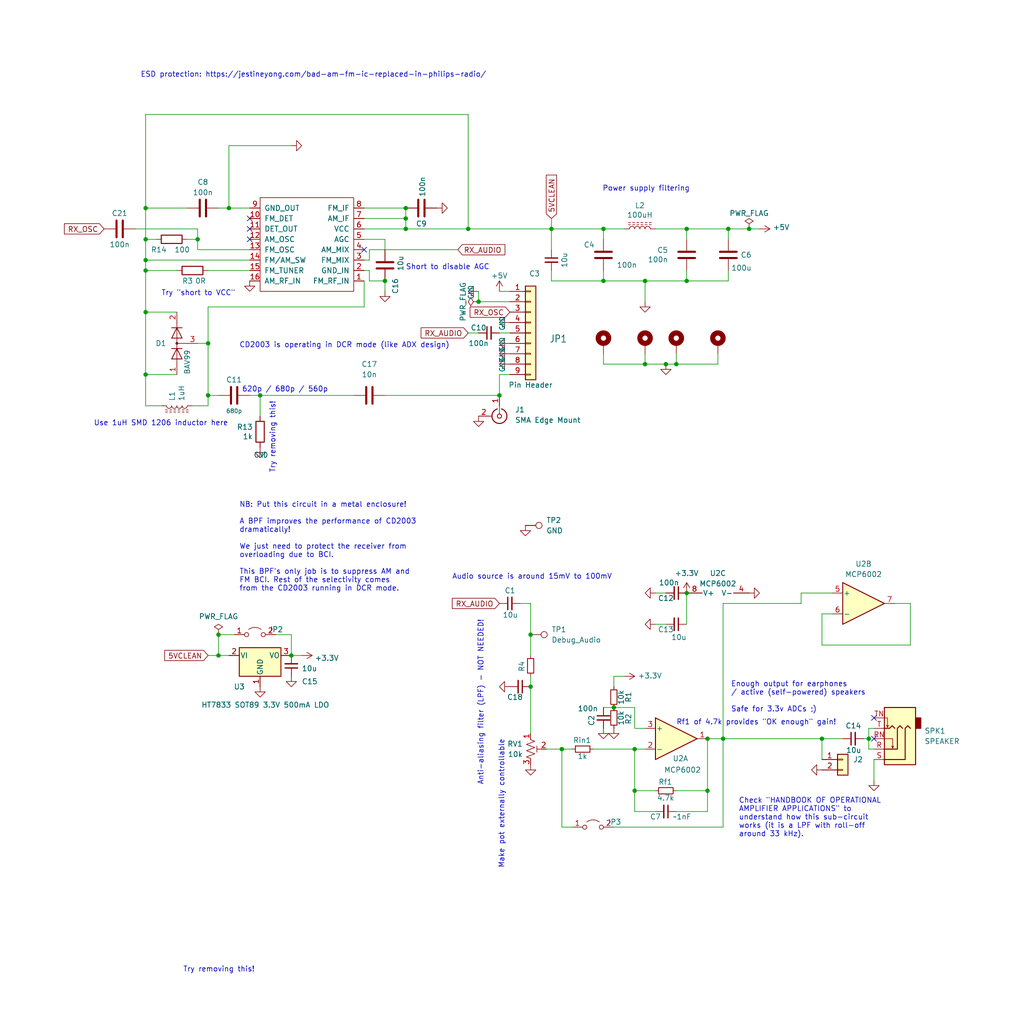
<source format=kicad_sch>
(kicad_sch (version 20230121) (generator eeschema)
  (paper "User" 250.012 250.012)
  (title_block (title "Breakout board (BoB) for CD2003 (DCR Mode)") (date "2023-09-26") (rev "v3.01") (company "Dhiru Kholia (VU3CER)"))
  (lib_symbols
    (symbol "Amplifier_Operational:MCP6022" (pin_names (offset 0.127))
      (property "Reference" "U" (at 0 5.08 0))
      (property "Value" "MCP6022" (at 0 -5.08 0))
      (symbol "MCP6022_1_1"
        (polyline (pts (xy -5.08 5.08) (xy 5.08 0) (xy -5.08 -5.08) (xy -5.08 5.08)) (stroke (width 0.254)) (fill (type background)))
        (pin output line (at 7.62 0 180) (length 2.54) (name "~") (number "1"))
        (pin input line (at -7.62 -2.54 0) (length 2.54) (name "-") (number "2"))
        (pin input line (at -7.62 2.54 0) (length 2.54) (name "+") (number "3"))
      )
      (symbol "MCP6022_2_1"
        (polyline (pts (xy -5.08 5.08) (xy 5.08 0) (xy -5.08 -5.08) (xy -5.08 5.08)) (stroke (width 0.254)) (fill (type background)))
        (pin input line (at -7.62 2.54 0) (length 2.54) (name "+") (number "5"))
        (pin input line (at -7.62 -2.54 0) (length 2.54) (name "-") (number "6"))
        (pin output line (at 7.62 0 180) (length 2.54) (name "~") (number "7"))
      )
      (symbol "MCP6022_3_1"
        (pin power_in line (at -2.54 -7.62 90) (length 3.81) (name "V-") (number "4"))
        (pin power_in line (at -2.54 7.62 270) (length 3.81) (name "V+") (number "8"))
      )
    )
    (symbol "Connector:Conn_Coaxial" (pin_names (offset 1.016) hide)
      (property "Reference" "J" (at 0.254 3.048 0))
      (property "Value" "Conn_Coaxial" (at 2.921 0 90))
      (symbol "Conn_Coaxial_0_1"
        (arc (start -1.778 -0.508) (mid 0.2311 -1.8066) (end 1.778 0) (stroke (width 0.254)))
        (polyline (pts (xy -2.54 0) (xy -0.508 0)))
        (polyline (pts (xy 0 -2.54) (xy 0 -1.778)))
        (circle (center 0 0) (radius 0.508) (stroke (width 0.2032)))
        (arc (start 1.778 0) (mid 0.2099 1.8101) (end -1.778 0.508) (stroke (width 0.254)))
      )
      (symbol "Conn_Coaxial_1_1"
        (pin passive line (at -5.08 0 0) (length 2.54) (name "In") (number "1"))
        (pin passive line (at 0 -5.08 90) (length 2.54) (name "Ext") (number "2"))
      )
    )
    (symbol "Connector:TestPoint" (pin_numbers hide) (pin_names (offset 0.762) hide)
      (property "Reference" "TP" (at 0 6.858 0))
      (property "Value" "TestPoint" (at 0 5.08 0))
      (symbol "TestPoint_0_1"
        (circle (center 0 3.302) (radius 0.762))
      )
      (symbol "TestPoint_1_1"
        (pin passive line (at 0 0 90) (length 2.54) (name "1") (number "1"))
      )
    )
    (symbol "Connector_Audio:AudioJack3_SwitchTR"
      (property "Reference" "J" (at 0 8.89 0))
      (property "Value" "AudioJack3_SwitchTR" (at 0 6.35 0))
      (symbol "AudioJack3_SwitchTR_0_1"
        (rectangle (start -5.08 -5.08) (end -6.35 -7.62) (stroke (width 0.254)) (fill (type outline)))
        (polyline (pts (xy 0.508 -0.254) (xy 0.762 -0.762)))
        (polyline (pts (xy 1.778 -5.334) (xy 2.032 -5.842)))
        (polyline (pts (xy 0 -5.08) (xy 0.635 -5.715) (xy 1.27 -5.08) (xy 2.54 -5.08)) (stroke (width 0.254)))
        (polyline (pts (xy 2.54 -7.62) (xy 1.778 -7.62) (xy 1.778 -5.334) (xy 1.524 -5.842)))
        (polyline (pts (xy 2.54 -2.54) (xy 0.508 -2.54) (xy 0.508 -0.254) (xy 0.254 -0.762)))
        (polyline (pts (xy -1.905 -5.08) (xy -1.27 -5.715) (xy -0.635 -5.08) (xy -0.635 0) (xy 2.54 0)) (stroke (width 0.254)))
        (polyline (pts (xy 2.54 2.54) (xy -2.54 2.54) (xy -2.54 -5.08) (xy -3.175 -5.715) (xy -3.81 -5.08)) (stroke (width 0.254)))
        (rectangle (start 2.54 3.81) (end -5.08 -10.16) (stroke (width 0.254)) (fill (type background)))
      )
      (symbol "AudioJack3_SwitchTR_1_1"
        (pin passive line (at 5.08 0 180) (length 2.54) (name "~") (number "R"))
        (pin passive line (at 5.08 -2.54 180) (length 2.54) (name "~") (number "RN"))
        (pin passive line (at 5.08 2.54 180) (length 2.54) (name "~") (number "S"))
        (pin passive line (at 5.08 -5.08 180) (length 2.54) (name "~") (number "T"))
        (pin passive line (at 5.08 -7.62 180) (length 2.54) (name "~") (number "TN"))
      )
    )
    (symbol "Connector_Generic:Conn_01x02" (pin_names (offset 1.016) hide)
      (property "Reference" "J" (at 0 2.54 0))
      (property "Value" "Conn_01x02" (at 0 -5.08 0))
      (symbol "Conn_01x02_1_1"
        (rectangle (start -1.27 -2.413) (end 0 -2.667) (stroke (width 0.1524)))
        (rectangle (start -1.27 0.127) (end 0 -0.127) (stroke (width 0.1524)))
        (rectangle (start -1.27 1.27) (end 1.27 -3.81) (stroke (width 0.254)) (fill (type background)))
        (pin passive line (at -5.08 0 0) (length 3.81) (name "Pin_1") (number "1"))
        (pin passive line (at -5.08 -2.54 0) (length 3.81) (name "Pin_2") (number "2"))
      )
    )
    (symbol "Connector_Generic:Conn_01x09" (pin_names (offset 1.016) hide)
      (property "Reference" "J" (at 0 12.7 0))
      (property "Value" "Conn_01x09" (at 0 -12.7 0))
      (symbol "Conn_01x09_1_1"
        (rectangle (start -1.27 -10.033) (end 0 -10.287) (stroke (width 0.1524)))
        (rectangle (start -1.27 -7.493) (end 0 -7.747) (stroke (width 0.1524)))
        (rectangle (start -1.27 -4.953) (end 0 -5.207) (stroke (width 0.1524)))
        (rectangle (start -1.27 -2.413) (end 0 -2.667) (stroke (width 0.1524)))
        (rectangle (start -1.27 0.127) (end 0 -0.127) (stroke (width 0.1524)))
        (rectangle (start -1.27 2.667) (end 0 2.413) (stroke (width 0.1524)))
        (rectangle (start -1.27 5.207) (end 0 4.953) (stroke (width 0.1524)))
        (rectangle (start -1.27 7.747) (end 0 7.493) (stroke (width 0.1524)))
        (rectangle (start -1.27 10.287) (end 0 10.033) (stroke (width 0.1524)))
        (rectangle (start -1.27 11.43) (end 1.27 -11.43) (stroke (width 0.254)) (fill (type background)))
        (pin passive line (at -5.08 10.16 0) (length 3.81) (name "Pin_1") (number "1"))
        (pin passive line (at -5.08 7.62 0) (length 3.81) (name "Pin_2") (number "2"))
        (pin passive line (at -5.08 5.08 0) (length 3.81) (name "Pin_3") (number "3"))
        (pin passive line (at -5.08 2.54 0) (length 3.81) (name "Pin_4") (number "4"))
        (pin passive line (at -5.08 0 0) (length 3.81) (name "Pin_5") (number "5"))
        (pin passive line (at -5.08 -2.54 0) (length 3.81) (name "Pin_6") (number "6"))
        (pin passive line (at -5.08 -5.08 0) (length 3.81) (name "Pin_7") (number "7"))
        (pin passive line (at -5.08 -7.62 0) (length 3.81) (name "Pin_8") (number "8"))
        (pin passive line (at -5.08 -10.16 0) (length 3.81) (name "Pin_9") (number "9"))
      )
    )
    (symbol "Device:C" (pin_numbers hide) (pin_names (offset 0.254))
      (property "Reference" "C" (at 0.635 2.54 0))
      (property "Value" "C" (at 0.635 -2.54 0))
      (symbol "C_0_1"
        (polyline (pts (xy -2.032 -0.762) (xy 2.032 -0.762)) (stroke (width 0.508)))
        (polyline (pts (xy -2.032 0.762) (xy 2.032 0.762)) (stroke (width 0.508)))
      )
      (symbol "C_1_1"
        (pin passive line (at 0 3.81 270) (length 2.794) (name "~") (number "1"))
        (pin passive line (at 0 -3.81 90) (length 2.794) (name "~") (number "2"))
      )
    )
    (symbol "Device:C_Small" (pin_numbers hide) (pin_names (offset 0.254) hide)
      (property "Reference" "C" (at 0.254 1.778 0))
      (property "Value" "C_Small" (at 0.254 -2.032 0))
      (symbol "C_Small_0_1"
        (polyline (pts (xy -1.524 -0.508) (xy 1.524 -0.508)) (stroke (width 0.3302)))
        (polyline (pts (xy -1.524 0.508) (xy 1.524 0.508)) (stroke (width 0.3048)))
      )
      (symbol "C_Small_1_1"
        (pin passive line (at 0 2.54 270) (length 2.032) (name "~") (number "1"))
        (pin passive line (at 0 -2.54 90) (length 2.032) (name "~") (number "2"))
      )
    )
    (symbol "Device:L_Ferrite" (pin_numbers hide) (pin_names (offset 1.016) hide)
      (property "Reference" "L" (at -1.27 0 90))
      (property "Value" "L_Ferrite" (at 2.794 0 90))
      (symbol "L_Ferrite_0_1"
        (arc (start 0 -2.54) (mid 0.6323 -1.905) (end 0 -1.27))
        (arc (start 0 -1.27) (mid 0.6323 -0.635) (end 0 0))
        (polyline (pts (xy 1.016 -2.794) (xy 1.016 -2.286)))
        (polyline (pts (xy 1.016 -1.778) (xy 1.016 -1.27)))
        (polyline (pts (xy 1.016 -0.762) (xy 1.016 -0.254)))
        (polyline (pts (xy 1.016 0.254) (xy 1.016 0.762)))
        (polyline (pts (xy 1.016 1.27) (xy 1.016 1.778)))
        (polyline (pts (xy 1.016 2.286) (xy 1.016 2.794)))
        (polyline (pts (xy 1.524 -2.286) (xy 1.524 -2.794)))
        (polyline (pts (xy 1.524 -1.27) (xy 1.524 -1.778)))
        (polyline (pts (xy 1.524 -0.254) (xy 1.524 -0.762)))
        (polyline (pts (xy 1.524 0.762) (xy 1.524 0.254)))
        (polyline (pts (xy 1.524 1.778) (xy 1.524 1.27)))
        (polyline (pts (xy 1.524 2.794) (xy 1.524 2.286)))
        (arc (start 0 0) (mid 0.6323 0.635) (end 0 1.27))
        (arc (start 0 1.27) (mid 0.6323 1.905) (end 0 2.54))
      )
      (symbol "L_Ferrite_1_1"
        (pin passive line (at 0 3.81 270) (length 1.27) (name "1") (number "1"))
        (pin passive line (at 0 -3.81 90) (length 1.27) (name "2") (number "2"))
      )
    )
    (symbol "Device:R" (pin_numbers hide) (pin_names (offset 0))
      (property "Reference" "R" (at 2.032 0 90))
      (property "Value" "R" (at 0 0 90))
      (symbol "R_0_1"
        (rectangle (start -1.016 -2.54) (end 1.016 2.54) (stroke (width 0.254)))
      )
      (symbol "R_1_1"
        (pin passive line (at 0 3.81 270) (length 1.27) (name "~") (number "1"))
        (pin passive line (at 0 -3.81 90) (length 1.27) (name "~") (number "2"))
      )
    )
    (symbol "Device:R_Potentiometer_Trim_US" (pin_names (offset 1.016) hide)
      (property "Reference" "RV" (at -4.445 0 90))
      (property "Value" "R_Potentiometer_Trim_US" (at -2.54 0 90))
      (symbol "R_Potentiometer_Trim_US_0_1"
        (polyline (pts (xy 0 -2.286) (xy 0 -2.54)))
        (polyline (pts (xy 0 2.286) (xy 0 2.54)))
        (polyline (pts (xy 1.524 0.762) (xy 1.524 -0.762)))
        (polyline (pts (xy 2.54 0) (xy 1.524 0)))
        (polyline (pts (xy 0 -0.762) (xy 1.016 -1.143) (xy 0 -1.524) (xy -1.016 -1.905) (xy 0 -2.286)))
        (polyline (pts (xy 0 0.762) (xy 1.016 0.381) (xy 0 0) (xy -1.016 -0.381) (xy 0 -0.762)))
        (polyline (pts (xy 0 2.286) (xy 1.016 1.905) (xy 0 1.524) (xy -1.016 1.143) (xy 0 0.762)))
      )
      (symbol "R_Potentiometer_Trim_US_1_1"
        (pin passive line (at 0 3.81 270) (length 1.27) (name "1") (number "1"))
        (pin passive line (at 3.81 0 180) (length 1.27) (name "2") (number "2"))
        (pin passive line (at 0 -3.81 90) (length 1.27) (name "3") (number "3"))
      )
    )
    (symbol "Device:R_Small" (pin_numbers hide) (pin_names (offset 0.254) hide)
      (property "Reference" "R" (at 0.762 0.508 0))
      (property "Value" "R_Small" (at 0.762 -1.016 0))
      (symbol "R_Small_0_1"
        (rectangle (start -0.762 1.778) (end 0.762 -1.778) (stroke (width 0.2032)))
      )
      (symbol "R_Small_1_1"
        (pin passive line (at 0 2.54 270) (length 0.762) (name "~") (number "1"))
        (pin passive line (at 0 -2.54 90) (length 0.762) (name "~") (number "2"))
      )
    )
    (symbol "Diode:BAV99" (pin_names hide)
      (property "Reference" "D" (at 0 5.08 0))
      (property "Value" "BAV99" (at 0 2.54 0))
      (symbol "BAV99_0_1"
        (polyline (pts (xy -5.08 0) (xy 5.08 0)))
      )
      (symbol "BAV99_1_1"
        (polyline (pts (xy 0 0) (xy 0 -2.54)))
        (polyline (pts (xy -1.27 -1.27) (xy -1.27 1.27) (xy -1.27 1.27)) (stroke (width 0.2032)))
        (polyline (pts (xy 3.81 1.27) (xy 3.81 -1.27) (xy 3.81 -1.27)) (stroke (width 0.2032)))
        (polyline (pts (xy -3.81 1.27) (xy -1.27 0) (xy -3.81 -1.27) (xy -3.81 1.27) (xy -3.81 1.27) (xy -3.81 1.27)) (stroke (width 0.2032)))
        (polyline (pts (xy 1.27 1.27) (xy 3.81 0) (xy 1.27 -1.27) (xy 1.27 1.27) (xy 1.27 1.27) (xy 1.27 1.27)) (stroke (width 0.2032)))
        (circle (center 0 0) (radius 0.254) (fill (type outline)))
        (pin passive line (at -7.62 0 0) (length 2.54) (name "K") (number "1"))
        (pin passive line (at 7.62 0 180) (length 2.54) (name "A") (number "2"))
        (pin passive line (at 0 -5.08 90) (length 2.54) (name "K") (number "3"))
      )
    )
    (symbol "Jumper:Jumper_2_Open" (pin_names (offset 0) hide)
      (property "Reference" "JP" (at 0 2.794 0))
      (property "Value" "Jumper_2_Open" (at 0 -2.286 0))
      (symbol "Jumper_2_Open_0_0"
        (circle (center -2.032 0) (radius 0.508))
        (circle (center 2.032 0) (radius 0.508))
      )
      (symbol "Jumper_2_Open_0_1"
        (arc (start 1.524 1.27) (mid 0 1.778) (end -1.524 1.27))
      )
      (symbol "Jumper_2_Open_1_1"
        (pin passive line (at -5.08 0 0) (length 2.54) (name "A") (number "1"))
        (pin passive line (at 5.08 0 180) (length 2.54) (name "B") (number "2"))
      )
    )
    (symbol "Mechanical:MountingHole_Pad" (pin_numbers hide) (pin_names (offset 1.016) hide)
      (property "Reference" "H" (at 0 6.35 0))
      (property "Value" "MountingHole_Pad" (at 0 4.445 0))
      (symbol "MountingHole_Pad_0_1"
        (circle (center 0 1.27) (radius 1.27) (stroke (width 1.27)))
      )
      (symbol "MountingHole_Pad_1_1"
        (pin input line (at 0 -2.54 90) (length 2.54) (name "1") (number "1"))
      )
    )
    (symbol "Regulator_Linear:MCP1703Ax-330xxMB" (pin_names (offset 0.254))
      (property "Reference" "U" (at -3.81 3.175 0))
      (property "Value" "MCP1703Ax-330xxMB" (at 0 3.175 0))
      (symbol "MCP1703Ax-330xxMB_0_1"
        (rectangle (start -5.08 -5.08) (end 5.08 1.905) (stroke (width 0.254)) (fill (type background)))
      )
      (symbol "MCP1703Ax-330xxMB_1_1"
        (pin power_in line (at 0 -7.62 90) (length 2.54) (name "GND") (number "1"))
        (pin power_in line (at -7.62 0 0) (length 2.54) (name "VI") (number "2"))
        (pin power_out line (at 7.62 0 180) (length 2.54) (name "VO") (number "3"))
      )
    )
    (symbol "cd2003gb_gp_fixed:CD2003GB_GP_Fixed" (pin_names (offset 1.016))
      (symbol "CD2003GB_GP_Fixed_0_1"
        (rectangle (start -11.43 17.78) (end 11.43 -5.08))
      )
      (symbol "CD2003GB_GP_Fixed_1_1"
        (pin input line (at -8.89 -7.62 90) (length 2.54) (name "FM_RF_IN") (number "1"))
        (pin input line (at 6.35 20.32 270) (length 2.54) (name "FM_DET") (number "10"))
        (pin input line (at 3.81 20.32 270) (length 2.54) (name "DET_OUT") (number "11"))
        (pin input line (at 1.27 20.32 270) (length 2.54) (name "AM_OSC") (number "12"))
        (pin input line (at -1.27 20.32 270) (length 2.54) (name "FM_OSC") (number "13"))
        (pin input line (at -3.81 20.32 270) (length 2.54) (name "FM/AM_SW") (number "14"))
        (pin input line (at -6.35 20.32 270) (length 2.54) (name "FM_TUNER") (number "15"))
        (pin input line (at -8.89 20.32 270) (length 2.54) (name "AM_RF_IN") (number "16"))
        (pin input line (at -6.35 -7.62 90) (length 2.54) (name "GND_IN") (number "2"))
        (pin input line (at -3.81 -7.62 90) (length 2.54) (name "FM_MIX") (number "3"))
        (pin input line (at -1.27 -7.62 90) (length 2.54) (name "AM_MIX") (number "4"))
        (pin passive line (at 1.27 -7.62 90) (length 2.54) (name "AGC") (number "5"))
        (pin input line (at 3.81 -7.62 90) (length 2.54) (name "VCC") (number "6"))
        (pin input line (at 6.35 -7.62 90) (length 2.54) (name "AM_IF") (number "7"))
        (pin input line (at 8.89 -7.62 90) (length 2.54) (name "FM_IF") (number "8"))
        (pin input line (at 8.89 20.32 270) (length 2.54) (name "GND_OUT") (number "9"))
      )
    )
    (symbol "power:+3.3V" (power) (pin_names (offset 0))
      (property "Value" "+3.3V" (at 0 3.556 0))
      (symbol "+3.3V_0_1"
        (polyline (pts (xy -0.762 1.27) (xy 0 2.54)))
        (polyline (pts (xy 0 0) (xy 0 2.54)))
        (polyline (pts (xy 0 2.54) (xy 0.762 1.27)))
      )
      (symbol "+3.3V_1_1"
        (pin power_in line (at 0 0 90) (length 0) hide (name "+3.3V") (number "1"))
      )
    )
    (symbol "power:+5V" (power) (pin_names (offset 0))
      (property "Value" "+5V" (at 0 3.556 0))
      (symbol "+5V_0_1"
        (polyline (pts (xy -0.762 1.27) (xy 0 2.54)))
        (polyline (pts (xy 0 0) (xy 0 2.54)))
        (polyline (pts (xy 0 2.54) (xy 0.762 1.27)))
      )
      (symbol "+5V_1_1"
        (pin power_in line (at 0 0 90) (length 0) hide (name "+5V") (number "1"))
      )
    )
    (symbol "power:GND" (power) (pin_names (offset 0))
      (property "Value" "GND" (at 0 -3.81 0))
      (symbol "GND_0_1"
        (polyline (pts (xy 0 0) (xy 0 -1.27) (xy 1.27 -1.27) (xy 0 -2.54) (xy -1.27 -1.27) (xy 0 -1.27)))
      )
      (symbol "GND_1_1"
        (pin power_in line (at 0 0 270) (length 0) hide (name "GND") (number "1"))
      )
    )
    (symbol "power:PWR_FLAG" (power) (pin_numbers hide) (pin_names (offset 0) hide)
      (property "Value" "PWR_FLAG" (at 0 3.81 0))
      (symbol "PWR_FLAG_0_0"
        (pin power_out line (at 0 0 90) (length 0) (name "pwr") (number "1"))
      )
      (symbol "PWR_FLAG_0_1"
        (polyline (pts (xy 0 0) (xy 0 1.27) (xy -1.016 1.905) (xy 0 2.54) (xy 1.016 1.905) (xy 0 1.27)))
      )
    )
  )
  (junction (at 121.92 96.52))
  (junction (at 116.84 73.66))
  (junction (at 167.64 144.78))
  (junction (at 50.8 96.52))
  (junction (at 71.12 160.02))
  (junction (at 212.09 180.34))
  (junction (at 53.34 154.94))
  (junction (at 167.64 55.88))
  (junction (at 154.94 182.88))
  (junction (at 157.48 68.58))
  (junction (at 48.26 58.42))
  (junction (at 147.32 55.88))
  (junction (at 182.88 55.88))
  (junction (at 200.66 180.34))
  (junction (at 50.8 83.82))
  (junction (at 129.54 154.94))
  (junction (at 176.53 180.34))
  (junction (at 137.16 182.88))
  (junction (at 35.56 63.5))
  (junction (at 35.56 91.44))
  (junction (at 55.88 50.8))
  (junction (at 172.72 180.34))
  (junction (at 99.06 55.88))
  (junction (at 134.62 55.88))
  (junction (at 99.06 53.34))
  (junction (at 162.56 88.9))
  (junction (at 177.8 55.88))
  (junction (at 114.3 55.88))
  (junction (at 129.54 167.64))
  (junction (at 149.86 172.72))
  (junction (at 167.64 68.58))
  (junction (at 165.1 88.9))
  (junction (at 99.06 50.8))
  (junction (at 53.34 160.02))
  (junction (at 147.32 68.58))
  (junction (at 157.48 88.9))
  (junction (at 172.72 193.04))
  (junction (at 35.56 76.2))
  (junction (at 35.56 66.04))
  (junction (at 35.56 50.8))
  (junction (at 35.56 58.42))
  (junction (at 63.5 96.52))
  (junction (at 93.98 68.58))
  (junction (at 154.94 193.04))
  (no_connect (at 213.36 175.26))
  (no_connect (at 88.9 60.96))
  (no_connect (at 60.96 58.42))
  (no_connect (at 60.96 55.88))
  (no_connect (at 60.96 53.34))
  (no_connect (at 213.36 180.34))
  (wire (pts (xy 203.2 144.78) (xy 195.58 144.78)))
  (wire (pts (xy 137.16 201.93) (xy 139.7 201.93)))
  (wire (pts (xy 90.17 68.58) (xy 93.98 68.58)))
  (wire (pts (xy 121.92 96.52) (xy 121.92 91.44)))
  (wire (pts (xy 149.86 165.1) (xy 149.86 167.64)))
  (wire (pts (xy 50.8 96.52) (xy 53.34 96.52)))
  (wire (pts (xy 127 147.32) (xy 129.54 147.32)))
  (wire (pts (xy 48.26 58.42) (xy 48.26 60.96)))
  (wire (pts (xy 53.34 50.8) (xy 55.88 50.8)))
  (wire (pts (xy 212.09 180.34) (xy 212.09 177.8)))
  (wire (pts (xy 200.66 149.86) (xy 200.66 157.48)))
  (wire (pts (xy 121.92 71.12) (xy 124.46 71.12)))
  (wire (pts (xy 60.96 96.52) (xy 63.5 96.52)))
  (wire (pts (xy 149.86 172.72) (xy 154.94 172.72)))
  (wire (pts (xy 147.32 68.58) (xy 157.48 68.58)))
  (wire (pts (xy 63.5 101.6) (xy 63.5 96.52)))
  (wire (pts (xy 93.98 68.58) (xy 93.98 71.12)))
  (wire (pts (xy 114.3 55.88) (xy 134.62 55.88)))
  (wire (pts (xy 154.94 193.04) (xy 154.94 182.88)))
  (wire (pts (xy 129.54 154.94) (xy 129.54 160.02)))
  (wire (pts (xy 137.16 182.88) (xy 139.7 182.88)))
  (wire (pts (xy 172.72 180.34) (xy 172.72 193.04)))
  (wire (pts (xy 50.8 66.04) (xy 60.96 66.04)))
  (wire (pts (xy 134.62 55.88) (xy 134.62 60.96)))
  (wire (pts (xy 200.66 157.48) (xy 222.25 157.48)))
  (wire (pts (xy 177.8 66.04) (xy 177.8 68.58)))
  (wire (pts (xy 157.48 88.9) (xy 162.56 88.9)))
  (wire (pts (xy 147.32 86.36) (xy 147.32 88.9)))
  (wire (pts (xy 121.92 91.44) (xy 124.46 91.44)))
  (wire (pts (xy 149.86 201.93) (xy 176.53 201.93)))
  (wire (pts (xy 55.88 50.8) (xy 55.88 35.56)))
  (wire (pts (xy 157.48 86.36) (xy 157.48 88.9)))
  (wire (pts (xy 210.82 180.34) (xy 212.09 180.34)))
  (wire (pts (xy 53.34 154.94) (xy 53.34 160.02)))
  (wire (pts (xy 55.88 35.56) (xy 71.12 35.56)))
  (wire (pts (xy 114.3 81.28) (xy 116.84 81.28)))
  (wire (pts (xy 147.32 88.9) (xy 157.48 88.9)))
  (wire (pts (xy 134.62 55.88) (xy 147.32 55.88)))
  (wire (pts (xy 200.66 180.34) (xy 200.66 185.42)))
  (wire (pts (xy 53.34 160.02) (xy 55.88 160.02)))
  (wire (pts (xy 147.32 172.72) (xy 149.86 172.72)))
  (wire (pts (xy 134.62 66.04) (xy 134.62 68.58)))
  (wire (pts (xy 157.48 68.58) (xy 167.64 68.58)))
  (wire (pts (xy 93.98 96.52) (xy 121.92 96.52)))
  (wire (pts (xy 177.8 55.88) (xy 182.88 55.88)))
  (wire (pts (xy 48.26 60.96) (xy 60.96 60.96)))
  (wire (pts (xy 212.09 177.8) (xy 213.36 177.8)))
  (wire (pts (xy 35.56 50.8) (xy 45.72 50.8)))
  (wire (pts (xy 60.96 50.8) (xy 55.88 50.8)))
  (wire (pts (xy 167.64 55.88) (xy 167.64 58.42)))
  (wire (pts (xy 116.84 71.12) (xy 116.84 73.66)))
  (wire (pts (xy 172.72 180.34) (xy 176.53 180.34)))
  (wire (pts (xy 35.56 63.5) (xy 60.96 63.5)))
  (wire (pts (xy 177.8 55.88) (xy 177.8 58.42)))
  (wire (pts (xy 167.64 55.88) (xy 177.8 55.88)))
  (wire (pts (xy 88.9 63.5) (xy 90.17 63.5)))
  (wire (pts (xy 35.56 76.2) (xy 43.18 76.2)))
  (wire (pts (xy 162.56 144.78) (xy 160.02 144.78)))
  (wire (pts (xy 50.8 74.93) (xy 50.8 83.82)))
  (wire (pts (xy 71.12 154.94) (xy 71.12 160.02)))
  (wire (pts (xy 175.26 88.9) (xy 175.26 86.36)))
  (wire (pts (xy 154.94 177.8) (xy 157.48 177.8)))
  (wire (pts (xy 165.1 193.04) (xy 172.72 193.04)))
  (wire (pts (xy 43.18 91.44) (xy 35.56 91.44)))
  (wire (pts (xy 160.02 193.04) (xy 154.94 193.04)))
  (wire (pts (xy 88.9 50.8) (xy 99.06 50.8)))
  (wire (pts (xy 129.54 147.32) (xy 129.54 154.94)))
  (wire (pts (xy 35.56 58.42) (xy 35.56 50.8)))
  (wire (pts (xy 99.06 50.8) (xy 99.06 53.34)))
  (wire (pts (xy 147.32 58.42) (xy 147.32 55.88)))
  (wire (pts (xy 35.56 66.04) (xy 35.56 63.5)))
  (wire (pts (xy 90.17 60.96) (xy 111.76 60.96)))
  (wire (pts (xy 67.31 154.94) (xy 71.12 154.94)))
  (wire (pts (xy 154.94 172.72) (xy 154.94 177.8)))
  (wire (pts (xy 162.56 88.9) (xy 165.1 88.9)))
  (wire (pts (xy 114.3 27.94) (xy 114.3 55.88)))
  (wire (pts (xy 154.94 182.88) (xy 157.48 182.88)))
  (wire (pts (xy 195.58 144.78) (xy 195.58 147.32)))
  (wire (pts (xy 176.53 180.34) (xy 200.66 180.34)))
  (wire (pts (xy 133.35 182.88) (xy 137.16 182.88)))
  (wire (pts (xy 35.56 76.2) (xy 35.56 91.44)))
  (wire (pts (xy 167.64 66.04) (xy 167.64 68.58)))
  (wire (pts (xy 88.9 53.34) (xy 99.06 53.34)))
  (wire (pts (xy 218.44 147.32) (xy 222.25 147.32)))
  (wire (pts (xy 35.56 66.04) (xy 43.18 66.04)))
  (wire (pts (xy 121.92 81.28) (xy 124.46 81.28)))
  (wire (pts (xy 35.56 99.06) (xy 39.37 99.06)))
  (wire (pts (xy 88.9 66.04) (xy 90.17 66.04)))
  (wire (pts (xy 222.25 147.32) (xy 222.25 157.48)))
  (wire (pts (xy 99.06 53.34) (xy 99.06 55.88)))
  (wire (pts (xy 165.1 198.12) (xy 172.72 198.12)))
  (wire (pts (xy 116.84 73.66) (xy 124.46 73.66)))
  (wire (pts (xy 35.56 50.8) (xy 35.56 27.94)))
  (wire (pts (xy 200.66 180.34) (xy 205.74 180.34)))
  (wire (pts (xy 90.17 66.04) (xy 90.17 68.58)))
  (wire (pts (xy 71.12 160.02) (xy 73.66 160.02)))
  (wire (pts (xy 88.9 55.88) (xy 99.06 55.88)))
  (wire (pts (xy 172.72 198.12) (xy 172.72 193.04)))
  (wire (pts (xy 129.54 167.64) (xy 129.54 179.07)))
  (wire (pts (xy 154.94 198.12) (xy 160.02 198.12)))
  (wire (pts (xy 48.26 83.82) (xy 50.8 83.82)))
  (wire (pts (xy 212.09 182.88) (xy 212.09 180.34)))
  (wire (pts (xy 147.32 66.04) (xy 147.32 68.58)))
  (wire (pts (xy 176.53 180.34) (xy 176.53 147.32)))
  (wire (pts (xy 35.56 27.94) (xy 114.3 27.94)))
  (wire (pts (xy 154.94 198.12) (xy 154.94 193.04)))
  (wire (pts (xy 152.4 165.1) (xy 149.86 165.1)))
  (wire (pts (xy 38.1 58.42) (xy 35.56 58.42)))
  (wire (pts (xy 90.17 63.5) (xy 90.17 60.96)))
  (wire (pts (xy 157.48 73.66) (xy 157.48 68.58)))
  (wire (pts (xy 129.54 165.1) (xy 129.54 167.64)))
  (wire (pts (xy 53.34 154.94) (xy 57.15 154.94)))
  (wire (pts (xy 134.62 53.34) (xy 134.62 55.88)))
  (wire (pts (xy 35.56 66.04) (xy 35.56 76.2)))
  (wire (pts (xy 88.9 68.58) (xy 88.9 74.93)))
  (wire (pts (xy 99.06 55.88) (xy 114.3 55.88)))
  (wire (pts (xy 35.56 63.5) (xy 35.56 58.42)))
  (wire (pts (xy 50.8 96.52) (xy 50.8 99.06)))
  (wire (pts (xy 167.64 144.78) (xy 167.64 152.4)))
  (wire (pts (xy 134.62 68.58) (xy 147.32 68.58)))
  (wire (pts (xy 50.8 83.82) (xy 50.8 96.52)))
  (wire (pts (xy 203.2 149.86) (xy 200.66 149.86)))
  (wire (pts (xy 213.36 182.88) (xy 212.09 182.88)))
  (wire (pts (xy 33.02 55.88) (xy 48.26 55.88)))
  (wire (pts (xy 50.8 160.02) (xy 53.34 160.02)))
  (wire (pts (xy 93.98 58.42) (xy 93.98 60.96)))
  (wire (pts (xy 165.1 86.36) (xy 165.1 88.9)))
  (wire (pts (xy 45.72 58.42) (xy 48.26 58.42)))
  (wire (pts (xy 167.64 68.58) (xy 177.8 68.58)))
  (wire (pts (xy 48.26 55.88) (xy 48.26 58.42)))
  (wire (pts (xy 162.56 152.4) (xy 160.02 152.4)))
  (wire (pts (xy 137.16 182.88) (xy 137.16 201.93)))
  (wire (pts (xy 176.53 201.93) (xy 176.53 180.34)))
  (wire (pts (xy 213.36 185.42) (xy 213.36 190.5)))
  (wire (pts (xy 46.99 99.06) (xy 50.8 99.06)))
  (wire (pts (xy 147.32 55.88) (xy 152.4 55.88)))
  (wire (pts (xy 182.88 55.88) (xy 185.42 55.88)))
  (wire (pts (xy 165.1 88.9) (xy 175.26 88.9)))
  (wire (pts (xy 160.02 55.88) (xy 167.64 55.88)))
  (wire (pts (xy 176.53 147.32) (xy 195.58 147.32)))
  (wire (pts (xy 88.9 58.42) (xy 93.98 58.42)))
  (wire (pts (xy 144.78 182.88) (xy 154.94 182.88)))
  (wire (pts (xy 63.5 96.52) (xy 86.36 96.52)))
  (wire (pts (xy 35.56 91.44) (xy 35.56 99.06)))
  (wire (pts (xy 50.8 74.93) (xy 88.9 74.93)))
  (text "Check \"HANDBOOK OF OPERATIONAL\nAMPLIFIER APPLICATIONS\" to \nunderstand how this sub-circuit\nworks (it is a LPF with roll-off\naround 33 kHz)." (at 180.34 204.47 0) (effects (font (size 1.27 1.27)) (justify left bottom)))
  (text "Try removing this!" (at 62.23 237.49 0) (effects (font (size 1.27 1.27)) (justify right bottom)))
  (text "Use 1uH SMD 1206 inductor here" (at 22.86 104.14 0) (effects (font (size 1.27 1.27)) (justify left bottom)))
  (text "Try \"short to VCC\"" (at 39.37 72.39 0) (effects (font (size 1.27 1.27)) (justify left bottom)))
  (text "Enough output for earphones \n/ active (self-powered) speakers\n\nSafe for 3.3v ADCs ;)" (at 178.435 173.99 0) (effects (font (size 1.27 1.27)) (justify left bottom)))
  (text "Try removing this!" (at 67.31 115.57 90) (effects (font (size 1.27 1.27)) (justify left bottom)))
  (text "Anti-aliasing filter (LPF) - NOT NEEDED!" (at 118.11 191.77 90) (effects (font (size 1.27 1.27)) (justify left bottom)))
  (text "Rf1 of 4.7k provides \"OK enough\" gain!" (at 165.1 177.165 0) (effects (font (size 1.27 1.27)) (justify left bottom)))
  (text "Make pot externally controllable" (at 123.19 212.09 90) (effects (font (size 1.27 1.27)) (justify left bottom)))
  (text "NB: Put this circuit in a metal enclosure!\n\nA BPF improves the performance of CD2003\ndramatically!\n\nWe just need to protect the receiver from\noverloading due to BCI.\n\nThis BPF's only job is to suppress AM and \nFM BCI. Rest of the selectivity comes\nfrom the CD2003 running in DCR mode.\n\n\n" (at 58.42 148.59 0) (effects (font (size 1.27 1.27)) (justify left bottom)))
  (text "Power supply filtering" (at 147.066 46.863 0) (effects (font (size 1.27 1.27)) (justify left bottom)))
  (text "Audio source is around 15mV to 100mV" (at 110.363 141.605 0) (effects (font (size 1.27 1.27)) (justify left bottom)))
  (text "Short to disable AGC\n" (at 99.06 66.04 0) (effects (font (size 1.27 1.27)) (justify left bottom)))
  (text "620p / 680p / 560p" (at 59.055 95.885 0) (effects (font (size 1.27 1.27)) (justify left bottom)))
  (text "CD2003 is operating in DCR mode (like ADX design)" (at 58.42 85.09 0) (effects (font (size 1.27 1.27)) (justify left bottom)))
  (text "ESD protection: https://jestineyong.com/bad-am-fm-ic-replaced-in-philips-radio/" (at 118.745 19.05 0) (effects (font (size 1.27 1.27)) (justify right bottom)))
  (global_label "5VCLEAN" (shape input) (at 50.8 160.02 180) (property "Intersheetrefs" "${INTERSHEET_REFS}" (effects hide)))
  (global_label "RX_OSC" (shape input) (at 25.4 55.88 180) (property "Intersheetrefs" "${INTERSHEET_REFS}" (effects hide)))
  (global_label "RX_AUDIO" (shape input) (at 111.76 60.96 0) (property "Intersheetrefs" "${INTERSHEET_REFS}" (effects hide)))
  (global_label "RX_AUDIO" (shape input) (at 114.3 81.28 180) (property "Intersheetrefs" "${INTERSHEET_REFS}" (effects hide)))
  (global_label "RX_AUDIO" (shape input) (at 121.92 147.32 180) (property "Intersheetrefs" "${INTERSHEET_REFS}" (effects hide)))
  (global_label "5VCLEAN" (shape input) (at 134.62 53.34 90) (property "Intersheetrefs" "${INTERSHEET_REFS}" (effects hide)))
  (global_label "RX_OSC" (shape input) (at 124.46 76.2 180) (property "Intersheetrefs" "${INTERSHEET_REFS}" (effects hide)))
  (symbol (lib_id "Mechanical:MountingHole_Pad") (at 147.32 83.82 0) (unit 1)
    (property "Reference" "H1" (effects hide))
    (property "Value" "MountingHole_Pad" (effects hide))
    (property "Footprint" "MountingHole:MountingHole_2.2mm_M2_Pad_Via" (effects hide))
  )
  (symbol (lib_id "Mechanical:MountingHole_Pad") (at 157.48 83.82 0) (unit 1)
    (property "Reference" "H2" (effects hide))
    (property "Value" "MountingHole_Pad" (effects hide))
    (property "Footprint" "MountingHole:MountingHole_2.2mm_M2_Pad_Via" (effects hide))
  )
  (symbol (lib_id "power:+5V") (at 121.92 71.12 0) (unit 1)
    (property "Reference" "#PWR0107" (effects hide))
    (property "Value" "+5V" (at 121.92 67.31 0))
  )
  (symbol (lib_id "Device:L_Ferrite") (at 43.18 99.06 270) (unit 1)
    (property "Reference" "L1" (at 42.0116 97.9424 0) (effects (justify right)))
    (property "Value" "1uH" (at 44.323 97.9424 0) (effects (justify right)))
    (property "Footprint" "Inductor_SMD:L_1206_3216Metric_Pad1.22x1.90mm_HandSolder" (effects hide))
  )
  (symbol (lib_id "Device:C") (at 93.98 64.77 0) (unit 1)
    (property "Reference" "C16" (at 96.52 69.85 90))
    (property "Value" " 10u" (at 97.79 64.77 90))
    (property "Footprint" "Capacitor_SMD:C_1206_3216Metric_Pad1.33x1.80mm_HandSolder" (effects hide))
  )
  (symbol (lib_id "Device:C_Small") (at 119.38 81.28 90) (unit 1)
    (property "Reference" "C10" (at 116.84 80.01 90))
    (property "Value" "100n" (at 116.84 83.82 90))
    (property "Footprint" "Capacitor_SMD:C_1206_3216Metric_Pad1.33x1.80mm_HandSolder" (effects hide))
  )
  (symbol (lib_id "Device:C") (at 102.87 50.8 90) (unit 1)
    (property "Reference" "C9" (at 102.87 54.61 90))
    (property "Value" "100n" (at 103.124 45.593 0))
    (property "Footprint" "Capacitor_SMD:C_1206_3216Metric_Pad1.33x1.80mm_HandSolder" (effects hide))
  )
  (symbol (lib_id "Connector:TestPoint") (at 128.27 128.27 270) (unit 1)
    (property "Reference" "TP2" (at 133.35 127 90) (effects (justify left)))
    (property "Value" "GND" (at 133.35 129.54 90) (effects (justify left)))
    (property "Footprint" "TestPoint:TestPoint_THTPad_2.0x2.0mm_Drill1.0mm" (effects hide))
  )
  (symbol (lib_id "cd2003gb_gp_fixed:CD2003GB_GP_Fixed") (at 81.28 59.69 90) (unit 1)
    (property "Reference" "U1" (effects hide))
    (property "Value" "CD2003GB_GP" (effects hide))
    (property "Footprint" "Package_DIP:DIP-16_W7.62mm_Socket" (effects hide))
  )
  (symbol (lib_id "Device:C") (at 29.21 55.88 270) (unit 1)
    (property "Reference" "C21" (at 29.21 52.07 90))
    (property "Value" "100n" (at 29.21 59.69 90))
    (property "Footprint" "Capacitor_SMD:C_1206_3216Metric_Pad1.33x1.80mm_HandSolder" (effects hide))
  )
  (symbol (lib_id "power:GND") (at 162.56 88.9 0) (unit 1)
    (property "Reference" "#PWR010" (effects hide))
    (property "Value" "GNDPWR" (effects hide))
  )
  (symbol (lib_id "Connector_Audio:AudioJack3_SwitchTR") (at 218.44 182.88 180) (unit 1)
    (property "Reference" "SPK1" (at 225.679 178.4349 0) (effects (justify right)))
    (property "Value" "SPEAKER" (at 225.679 180.9749 0) (effects (justify right)))
    (property "Footprint" "footprints:PJ-307_Modded" (effects hide))
  )
  (symbol (lib_id "Device:R_Potentiometer_Trim_US") (at 129.54 182.88 0) (unit 1)
    (property "Reference" "RV1" (at 127.635 181.61 0) (effects (justify right)))
    (property "Value" "10k" (at 127.635 184.15 0) (effects (justify right)))
    (property "Footprint" "Connector_PinHeader_2.54mm:PinHeader_1x03_P2.54mm_Vertical" (effects hide))
  )
  (symbol (lib_id "power:+3.3V") (at 167.64 144.78 0) (unit 1)
    (property "Reference" "#PWR012" (effects hide))
    (property "Value" "+3.3V" (at 167.64 139.954 0))
  )
  (symbol (lib_id "Mechanical:MountingHole_Pad") (at 165.1 83.82 0) (unit 1)
    (property "Reference" "H3" (effects hide))
    (property "Value" "MountingHole_Pad" (effects hide))
    (property "Footprint" "MountingHole:MountingHole_2.2mm_M2_Pad_Via" (effects hide))
  )
  (symbol (lib_id "Jumper:Jumper_2_Open") (at 62.23 154.94 0) (unit 1)
    (property "Reference" "JP2" (at 67.31 153.67 0))
    (property "Value" "Jumper_2_Open" (effects hide))
    (property "Footprint" "Jumper:SolderJumper-2_P1.3mm_Open_TrianglePad1.0x1.5mm" (effects hide))
  )
  (symbol (lib_id "Device:C_Small") (at 165.1 144.78 270) (unit 1)
    (property "Reference" "C12" (at 162.56 146.05 90))
    (property "Value" "100n" (at 163.322 142.24 90))
    (property "Footprint" "Capacitor_SMD:C_1206_3216Metric_Pad1.33x1.80mm_HandSolder" (effects hide))
    (property "Sim.Device" "SPICE" (effects hide))
    (property "Sim.Params" "type=\"\" model=\"10u\" lib=\"\"" (effects hide))
    (property "Sim.Pins" "1=1 2=2" (effects hide))
  )
  (symbol (lib_id "Device:R_Small") (at 149.86 175.26 0) (unit 1)
    (property "Reference" "R2" (at 153.416 175.514 90))
    (property "Value" "10k" (at 151.6126 175.3108 90))
    (property "Footprint" "Resistor_SMD:R_1206_3216Metric_Pad1.30x1.75mm_HandSolder" (effects hide))
  )
  (symbol (lib_id "power:GND") (at 147.32 177.8 0) (unit 1)
    (property "Reference" "#PWR06" (effects hide))
    (property "Value" "GND" (effects hide))
  )
  (symbol (lib_id "power:PWR_FLAG") (at 116.84 73.66 90) (unit 1)
    (property "Reference" "#FLG01" (effects hide))
    (property "Value" "PWR_FLAG" (at 113.03 73.66 0))
  )
  (symbol (lib_id "Diode:BAV99") (at 43.18 83.82 90) (unit 1)
    (property "Reference" "D1" (at 40.64 83.82 90) (effects (justify left)))
    (property "Value" "BAV99" (at 45.72 91.44 0) (effects (justify left)))
    (property "Footprint" "Package_TO_SOT_SMD:SOT-23" (effects hide))
    (property "Datasheet" "https://assets.nexperia.com/documents/data-sheet/BAV99_SER.pdf" (effects hide))
  )
  (symbol (lib_id "power:GND") (at 71.12 35.56 90) (unit 1)
    (property "Reference" "#PWR0132" (effects hide))
    (property "Value" "GNDPWR" (effects hide))
  )
  (symbol (lib_id "Device:R_Small") (at 162.56 193.04 270) (unit 1)
    (property "Reference" "Rf1" (at 162.433 190.881 90))
    (property "Value" "4.7k" (at 162.5092 194.7926 90))
    (property "Footprint" "Resistor_SMD:R_1206_3216Metric_Pad1.30x1.75mm_HandSolder" (effects hide))
  )
  (symbol (lib_id "power:GND") (at 116.84 71.12 270) (unit 1)
    (property "Reference" "#U$0101" (effects hide))
    (property "Value" "~" (at 114.3 69.596 0) (effects (font (size 1.27 1.0795)) (justify left bottom)))
    (property "Footprint" "Adafruit Si5351A:" (effects hide))
  )
  (symbol (lib_id "Device:C_Small") (at 127 167.64 270) (unit 1)
    (property "Reference" "C18" (at 125.73 170.18 90))
    (property "Value" "~4.7nF" (effects hide))
    (property "Footprint" "Capacitor_SMD:C_1206_3216Metric_Pad1.33x1.80mm_HandSolder" (effects hide))
    (property "Sim.Device" "SPICE" (effects hide))
    (property "Sim.Params" "type=\"\" model=\"10u\" lib=\"\"" (effects hide))
    (property "Sim.Pins" "1=1 2=2" (effects hide))
  )
  (symbol (lib_id "power:PWR_FLAG") (at 182.88 55.88 0) (unit 1)
    (property "Reference" "#FLG02" (effects hide))
    (property "Value" "PWR_FLAG" (at 182.88 52.07 0))
  )
  (symbol (lib_id "Device:C") (at 177.8 62.23 0) (mirror y) (unit 1)
    (property "Reference" "C6" (at 183.515 62.23 0) (effects (justify left)))
    (property "Value" "100u" (at 183.515 65.405 0) (effects (justify left)))
    (property "Footprint" "Capacitor_SMD:C_1206_3216Metric_Pad1.33x1.80mm_HandSolder" (effects hide))
  )
  (symbol (lib_id "power:+3.3V") (at 152.4 165.1 270) (unit 1)
    (property "Reference" "#PWR08" (effects hide))
    (property "Value" "+3.3V" (at 155.702 164.973 90) (effects (justify left)))
  )
  (symbol (lib_id "power:GND") (at 157.48 73.66 0) (unit 1)
    (property "Reference" "#PWR03" (effects hide))
    (property "Value" "GNDPWR" (effects hide))
  )
  (symbol (lib_id "Device:C_Small") (at 208.28 180.34 90) (unit 1)
    (property "Reference" "C14" (at 208.3308 177.1904 90))
    (property "Value" "10u" (at 208.407 183.134 90))
    (property "Footprint" "Capacitor_SMD:C_1206_3216Metric_Pad1.33x1.80mm_HandSolder" (effects hide))
  )
  (symbol (lib_id "Device:R_Small") (at 129.54 162.56 0) (unit 1)
    (property "Reference" "R4" (at 127.381 162.687 90))
    (property "Value" "1k" (effects hide))
    (property "Footprint" "Resistor_SMD:R_1206_3216Metric_Pad1.30x1.75mm_HandSolder" (effects hide))
  )
  (symbol (lib_id "Amplifier_Operational:MCP6022") (at 165.1 180.34 0) (unit 1)
    (property "Reference" "U2" (at 166.116 185.166 0))
    (property "Value" "MCP6002" (at 166.624 187.96 0))
    (property "Footprint" "Package_DIP:DIP-8_W7.62mm" (effects hide))
    (property "Datasheet" "http://ww1.microchip.com/downloads/en/devicedoc/20001685e.pdf" (effects hide))
  )
  (symbol (lib_id "power:GND") (at 71.12 165.1 0) (unit 1)
    (property "Reference" "#PWR017" (effects hide))
    (property "Value" "GND" (effects hide))
  )
  (symbol (lib_id "Device:C_Small") (at 147.32 175.26 0) (unit 1)
    (property "Reference" "C2" (at 144.399 175.895 90))
    (property "Value" "100n" (at 143.51 172.974 0))
    (property "Footprint" "Capacitor_SMD:C_1206_3216Metric_Pad1.33x1.80mm_HandSolder" (effects hide))
    (property "Sim.Device" "SPICE" (effects hide))
    (property "Sim.Params" "type=\"\" model=\"10u\" lib=\"\"" (effects hide))
    (property "Sim.Pins" "1=1 2=2" (effects hide))
  )
  (symbol (lib_id "power:GND") (at 124.46 78.74 270) (unit 1)
    (property "Reference" "#U$04" (effects hide))
    (property "Value" "~" (at 121.92 77.216 0) (effects (font (size 1.27 1.0795)) (justify left bottom)))
    (property "Footprint" "Adafruit Si5351A:" (effects hide))
  )
  (symbol (lib_id "power:GND") (at 124.46 86.36 270) (unit 1)
    (property "Reference" "#U$02" (effects hide))
    (property "Value" "~" (at 121.92 84.836 0) (effects (font (size 1.27 1.0795)) (justify left bottom)))
    (property "Footprint" "Adafruit Si5351A:" (effects hide))
  )
  (symbol (lib_id "Device:C_Small") (at 134.62 63.5 0) (unit 1)
    (property "Reference" "C3" (at 129.159 66.802 0) (effects (justify left)))
    (property "Value" "10u" (at 137.795 65.405 90) (effects (justify left)))
    (property "Footprint" "Capacitor_SMD:C_1206_3216Metric_Pad1.33x1.80mm_HandSolder" (effects hide))
  )
  (symbol (lib_id "Device:C_Small") (at 124.46 147.32 90) (unit 1)
    (property "Reference" "C1" (at 124.5108 144.1704 90))
    (property "Value" "10u" (at 124.587 150.114 90))
    (property "Footprint" "Capacitor_SMD:C_1206_3216Metric_Pad1.33x1.80mm_HandSolder" (effects hide))
  )
  (symbol (lib_id "power:GND") (at 160.02 144.78 270) (unit 1)
    (property "Reference" "#PWR09" (effects hide))
    (property "Value" "GND" (effects hide))
  )
  (symbol (lib_id "Device:C") (at 49.53 50.8 90) (mirror x) (unit 1)
    (property "Reference" "C8" (at 49.53 44.45 90))
    (property "Value" "100n" (at 49.53 46.99 90))
    (property "Footprint" "Capacitor_SMD:C_1206_3216Metric_Pad1.33x1.80mm_HandSolder" (effects hide))
  )
  (symbol (lib_id "Connector_Generic:Conn_01x02") (at 205.74 185.42 0) (unit 1)
    (property "Reference" "J2" (at 208.28 185.42 0) (effects (justify left)))
    (property "Value" "Conn_01x02" (effects hide))
    (property "Footprint" "Connector_PinHeader_2.54mm:PinHeader_1x02_P2.54mm_Vertical" (effects hide))
  )
  (symbol (lib_id "Device:C") (at 167.64 62.23 0) (mirror y) (unit 1)
    (property "Reference" "C5" (at 163.1188 61.0616 0) (effects (justify left)))
    (property "Value" "100n" (at 163.1188 63.373 0) (effects (justify left)))
    (property "Footprint" "Capacitor_SMD:C_1206_3216Metric_Pad1.33x1.80mm_HandSolder" (effects hide))
  )
  (symbol (lib_id "power:GND") (at 129.54 186.69 0) (unit 1)
    (property "Reference" "#PWR01" (effects hide))
    (property "Value" "GND" (effects hide))
  )
  (symbol (lib_id "power:GND") (at 93.98 71.12 0) (unit 1)
    (property "Reference" "#PWR02" (effects hide))
    (property "Value" "GNDPWR" (effects hide))
  )
  (symbol (lib_id "power:GND") (at 124.46 88.9 270) (unit 1)
    (property "Reference" "#U$03" (effects hide))
    (property "Value" "~" (at 121.92 87.376 0) (effects (font (size 1.27 1.0795)) (justify left bottom)))
    (property "Footprint" "Adafruit Si5351A:" (effects hide))
  )
  (symbol (lib_id "Device:R_Small") (at 142.24 182.88 270) (unit 1)
    (property "Reference" "Rin1" (at 142.113 180.721 90))
    (property "Value" "1k" (at 142.1892 184.6326 90))
    (property "Footprint" "Resistor_SMD:R_1206_3216Metric_Pad1.30x1.75mm_HandSolder" (effects hide))
  )
  (symbol (lib_id "Device:R") (at 63.5 105.41 0) (mirror y) (unit 1)
    (property "Reference" "R13" (at 61.722 104.2416 0) (effects (justify left)))
    (property "Value" "1k" (at 61.722 106.553 0) (effects (justify left)))
    (property "Footprint" "Resistor_SMD:R_1206_3216Metric_Pad1.30x1.75mm_HandSolder" (effects hide))
  )
  (symbol (lib_id "Device:C") (at 90.17 96.52 90) (unit 1)
    (property "Reference" "C17" (at 90.17 88.9 90))
    (property "Value" "10n" (at 90.17 91.44 90))
    (property "Footprint" "Capacitor_SMD:C_1206_3216Metric_Pad1.33x1.80mm_HandSolder" (effects hide))
  )
  (symbol (lib_id "power:GND") (at 60.96 68.58 0) (unit 1)
    (property "Reference" "#PWR019" (effects hide))
    (property "Value" "GNDPWR" (effects hide))
  )
  (symbol (lib_id "power:GND") (at 63.5 109.22 0) (unit 1)
    (property "Reference" "#U$0102" (effects hide))
    (property "Value" "~" (at 61.976 111.76 0) (effects (font (size 1.27 1.0795)) (justify left bottom)))
    (property "Footprint" "Adafruit Si5351A:" (effects hide))
  )
  (symbol (lib_id "Connector:Conn_Coaxial") (at 121.92 101.6 270) (unit 1)
    (property "Reference" "J1" (at 125.73 100.0125 90) (effects (justify left)))
    (property "Value" "SMA Edge Mount" (at 125.73 102.5525 90) (effects (justify left)))
    (property "Footprint" "Connector_Coaxial:SMA_Samtec_SMA-J-P-X-ST-EM1_EdgeMount" (effects hide))
    (property "Datasheet" " ~" (effects hide))
  )
  (symbol (lib_id "power:GND") (at 124.46 83.82 270) (unit 1)
    (property "Reference" "#U$01" (effects hide))
    (property "Value" "~" (at 121.92 82.296 0) (effects (font (size 1.27 1.0795)) (justify left bottom)))
    (property "Footprint" "Adafruit Si5351A:" (effects hide))
  )
  (symbol (lib_id "power:GND") (at 160.02 152.4 270) (unit 1)
    (property "Reference" "#PWR011" (effects hide))
    (property "Value" "GND" (effects hide))
  )
  (symbol (lib_id "Device:R") (at 46.99 66.04 270) (unit 1)
    (property "Reference" "R3" (at 44.45 68.58 90) (effects (justify left)))
    (property "Value" "0R" (at 47.625 68.58 90) (effects (justify left)))
    (property "Footprint" "Resistor_SMD:R_1206_3216Metric_Pad1.30x1.75mm_HandSolder" (effects hide))
  )
  (symbol (lib_id "power:+3.3V") (at 73.66 160.02 270) (unit 1)
    (property "Reference" "#PWR018" (effects hide))
    (property "Value" "+3.3V" (at 76.835 160.655 90) (effects (justify left)))
  )
  (symbol (lib_id "Jumper:Jumper_2_Open") (at 144.78 201.93 0) (unit 1)
    (property "Reference" "JP3" (at 149.86 200.66 0))
    (property "Value" "Jumper_2_Open" (effects hide))
    (property "Footprint" "Jumper:SolderJumper-2_P1.3mm_Open_TrianglePad1.0x1.5mm" (effects hide))
  )
  (symbol (lib_id "Device:C_Small") (at 71.12 162.56 180) (unit 1)
    (property "Reference" "C15" (at 73.66 166.37 0) (effects (justify right)))
    (property "Value" "10u" (at 73.66 163.195 0) (effects (justify right)))
    (property "Footprint" "Capacitor_SMD:C_1206_3216Metric_Pad1.33x1.80mm_HandSolder" (effects hide))
  )
  (symbol (lib_id "Device:R") (at 41.91 58.42 270) (unit 1)
    (property "Reference" "R14" (at 36.83 60.96 90) (effects (justify left)))
    (property "Value" "100" (at 42.545 60.96 90) (effects (justify left)))
    (property "Footprint" "Resistor_SMD:R_1206_3216Metric_Pad1.30x1.75mm_HandSolder" (effects hide))
  )
  (symbol (lib_id "Amplifier_Operational:MCP6022") (at 210.82 147.32 0) (unit 2)
    (property "Reference" "U2" (at 210.82 137.668 0))
    (property "Value" "MCP6002" (at 210.82 140.208 0))
    (property "Footprint" "Package_DIP:DIP-8_W7.62mm" (effects hide))
    (property "Datasheet" "http://ww1.microchip.com/downloads/en/devicedoc/20001685e.pdf" (effects hide))
  )
  (symbol (lib_id "Device:L_Ferrite") (at 156.21 55.88 270) (mirror x) (unit 1)
    (property "Reference" "L2" (at 156.21 50.165 90))
    (property "Value" "100uH" (at 156.21 52.4764 90))
    (property "Footprint" "Inductor_SMD:L_1206_3216Metric_Pad1.22x1.90mm_HandSolder" (effects hide))
  )
  (symbol (lib_id "Connector:TestPoint") (at 129.54 154.94 270) (unit 1)
    (property "Reference" "TP1" (at 134.62 153.67 90) (effects (justify left)))
    (property "Value" "Debug_Audio" (at 134.62 156.21 90) (effects (justify left)))
    (property "Footprint" "TestPoint:TestPoint_THTPad_2.0x2.0mm_Drill1.0mm" (effects hide))
  )
  (symbol (lib_id "power:GND") (at 213.36 190.5 0) (mirror y) (unit 1)
    (property "Reference" "#PWR015" (effects hide))
    (property "Value" "GNDPWR" (effects hide))
  )
  (symbol (lib_id "power:GND") (at 200.66 187.96 270) (mirror x) (unit 1)
    (property "Reference" "#PWR020" (effects hide))
    (property "Value" "GNDPWR" (effects hide))
  )
  (symbol (lib_id "power:GND") (at 182.88 144.78 90) (unit 1)
    (property "Reference" "#PWR013" (effects hide))
    (property "Value" "GND" (effects hide))
  )
  (symbol (lib_id "Device:C") (at 57.15 96.52 270) (unit 1)
    (property "Reference" "C11" (at 57.15 92.71 90))
    (property "Value" "680p" (at 57.15 100.33 90) (effects (font (size 1 1))))
    (property "Footprint" "Capacitor_SMD:C_1206_3216Metric_Pad1.33x1.80mm_HandSolder" (effects hide))
  )
  (symbol (lib_id "Device:R_Small") (at 149.86 170.18 0) (unit 1)
    (property "Reference" "R1" (at 153.416 170.18 90))
    (property "Value" "10k" (at 151.6126 170.2308 90))
    (property "Footprint" "Resistor_SMD:R_1206_3216Metric_Pad1.30x1.75mm_HandSolder" (effects hide))
  )
  (symbol (lib_id "Device:C") (at 147.32 62.23 0) (mirror y) (unit 1)
    (property "Reference" "C4" (at 145.1864 59.7662 0) (effects (justify left)))
    (property "Value" "100n" (at 155.5496 64.6938 0) (effects (justify left)))
    (property "Footprint" "Capacitor_SMD:C_1206_3216Metric_Pad1.33x1.80mm_HandSolder" (effects hide))
  )
  (symbol (lib_id "power:PWR_FLAG") (at 53.34 154.94 0) (unit 1)
    (property "Reference" "#FLG03" (effects hide))
    (property "Value" "PWR_FLAG" (at 53.34 150.495 0))
  )
  (symbol (lib_id "Regulator_Linear:MCP1703Ax-330xxMB") (at 63.5 160.02 0) (unit 1)
    (property "Reference" "U3" (at 58.42 167.64 0))
    (property "Value" "HT7833 SOT89 3.3V 500mA LDO" (at 64.77 172.085 0))
    (property "Footprint" "Package_TO_SOT_SMD:SOT-89-3" (effects hide))
    (property "Datasheet" "http://ww1.microchip.com/downloads/en/DeviceDoc/20005122B.pdf" (effects hide))
  )
  (symbol (lib_id "Device:C_Small") (at 162.56 198.12 270) (unit 1)
    (property "Reference" "C7" (at 160.02 199.39 90))
    (property "Value" "~1nF" (at 166.497 199.39 90))
    (property "Footprint" "Capacitor_SMD:C_1206_3216Metric_Pad1.33x1.80mm_HandSolder" (effects hide))
    (property "Sim.Device" "SPICE" (effects hide))
    (property "Sim.Params" "type=\"\" model=\"10u\" lib=\"\"" (effects hide))
    (property "Sim.Pins" "1=1 2=2" (effects hide))
  )
  (symbol (lib_id "power:GND") (at 128.27 128.27 0) (unit 1)
    (property "Reference" "#PWR021" (effects hide))
    (property "Value" "GND" (effects hide))
  )
  (symbol (lib_id "Amplifier_Operational:MCP6022") (at 175.26 142.24 90) (unit 3)
    (property "Reference" "U2" (at 175.26 139.954 90))
    (property "Value" "MCP6002" (at 175.26 142.494 90))
    (property "Footprint" "Package_DIP:DIP-8_W7.62mm" (effects hide))
    (property "Datasheet" "http://ww1.microchip.com/downloads/en/devicedoc/20001685e.pdf" (effects hide))
  )
  (symbol (lib_id "power:GND") (at 63.5 167.64 0) (unit 1)
    (property "Reference" "#PWR016" (effects hide))
    (property "Value" "GND" (effects hide))
  )
  (symbol (lib_id "Mechanical:MountingHole_Pad") (at 175.26 83.82 0) (mirror y) (unit 1)
    (property "Reference" "H4" (effects hide))
    (property "Value" "MountingHole_Pad" (effects hide))
    (property "Footprint" "MountingHole:MountingHole_2.2mm_M2_Pad_Via" (effects hide))
  )
  (symbol (lib_id "power:+5V") (at 185.42 55.88 270) (mirror x) (unit 1)
    (property "Reference" "#PWR04" (effects hide))
    (property "Value" "+5V" (at 188.6712 55.499 90) (effects (justify left)))
  )
  (symbol (lib_id "power:GND") (at 149.86 177.8 0) (unit 1)
    (property "Reference" "#PWR07" (effects hide))
    (property "Value" "GND" (effects hide))
  )
  (symbol (lib_id "Connector_Generic:Conn_01x09") (at 129.54 81.28 0) (unit 1)
    (property "Reference" "JP1" (at 134.112 83.693 0) (effects (font (size 1.778 1.5113)) (justify left bottom)))
    (property "Value" "Pin Header" (at 129.54 93.98 0))
    (property "Footprint" "footprints:PinSocket_1x09_P2.54mm_Vertical_Custom" (effects hide))
  )
  (symbol (lib_id "power:GND") (at 106.68 50.8 90) (unit 1)
    (property "Reference" "#PWR05" (effects hide))
    (property "Value" "GNDPWR" (effects hide))
  )
  (symbol (lib_id "Device:C_Small") (at 165.1 152.4 270) (unit 1)
    (property "Reference" "C13" (at 162.56 153.67 90))
    (property "Value" "10u" (at 165.735 155.575 90))
    (property "Footprint" "Capacitor_SMD:C_1206_3216Metric_Pad1.33x1.80mm_HandSolder" (effects hide))
    (property "Sim.Device" "SPICE" (effects hide))
    (property "Sim.Params" "type=\"\" model=\"10u\" lib=\"\"" (effects hide))
    (property "Sim.Pins" "1=1 2=2" (effects hide))
  )
  (symbol (lib_id "power:GND") (at 124.46 167.64 270) (unit 1)
    (property "Reference" "#PWR022" (effects hide))
    (property "Value" "GNDPWR" (effects hide))
  )
  (symbol (lib_id "power:GND") (at 116.84 101.6 0) (unit 1)
    (property "Reference" "#PWR014" (effects hide))
    (property "Value" "GNDPWR" (effects hide))
  )
)
</source>
